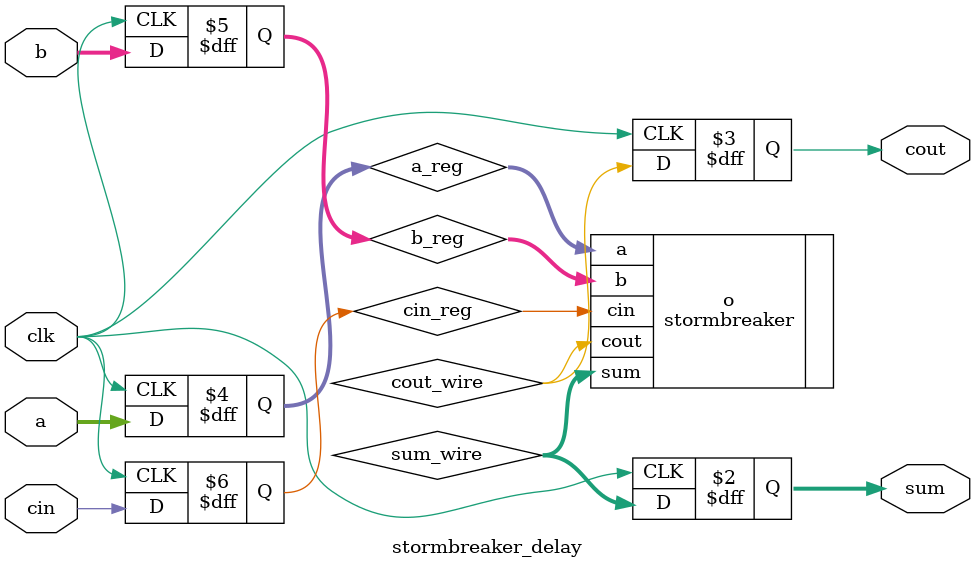
<source format=v>
`timescale 1ns / 1ps
`include "a2q1.v"
module stormbreaker_delay(clk,a,b,cin,sum,cout);
parameter W=128;

input [W-1:0] a,b;
input cin,clk;
output reg [W-1:0] sum;
output reg cout;

reg [W-1:0] a_reg, b_reg;
reg cin_reg;
wire [W-1:0] sum_wire;
wire cout_wire;

always@(posedge clk)
begin
a_reg<=a;b_reg<=b; cin_reg<=cin;sum<=sum_wire;cout<=cout_wire;
end

stormbreaker o(.a(a_reg),.b(b_reg),.cin(cin_reg),.sum(sum_wire),.cout(cout_wire));


endmodule

</source>
